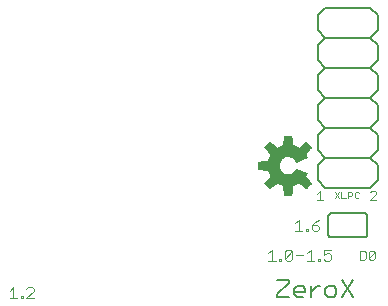
<source format=gto>
G75*
%MOIN*%
%OFA0B0*%
%FSLAX24Y24*%
%IPPOS*%
%LPD*%
%AMOC8*
5,1,8,0,0,1.08239X$1,22.5*
%
%ADD10C,0.0050*%
%ADD11C,0.0030*%
%ADD12C,0.0060*%
%ADD13C,0.0040*%
%ADD14C,0.0020*%
D10*
X012665Y003493D02*
X013039Y003493D01*
X013227Y003587D02*
X013227Y003773D01*
X013320Y003867D01*
X013507Y003867D01*
X013600Y003773D01*
X013600Y003680D01*
X013227Y003680D01*
X013227Y003587D02*
X013320Y003493D01*
X013507Y003493D01*
X013789Y003493D02*
X013789Y003867D01*
X013975Y003867D02*
X013789Y003680D01*
X013975Y003867D02*
X014069Y003867D01*
X014257Y003773D02*
X014257Y003587D01*
X014350Y003493D01*
X014537Y003493D01*
X014631Y003587D01*
X014631Y003773D01*
X014537Y003867D01*
X014350Y003867D01*
X014257Y003773D01*
X014819Y003493D02*
X015193Y004054D01*
X014819Y004054D02*
X015193Y003493D01*
X013039Y003960D02*
X012665Y003587D01*
X012665Y003493D01*
X012665Y004054D02*
X013039Y004054D01*
X013039Y003960D01*
D11*
X003988Y003458D02*
X003741Y003458D01*
X003865Y003458D02*
X003865Y003829D01*
X003741Y003705D01*
X004110Y003520D02*
X004110Y003458D01*
X004171Y003458D01*
X004171Y003520D01*
X004110Y003520D01*
X004294Y003458D02*
X004541Y003705D01*
X004541Y003767D01*
X004479Y003829D01*
X004355Y003829D01*
X004294Y003767D01*
X004294Y003458D02*
X004541Y003458D01*
X012033Y007773D02*
X012350Y007741D01*
X012384Y007634D01*
X012436Y007535D01*
X012234Y007287D01*
X012404Y007118D01*
X012651Y007319D01*
X012751Y007268D01*
X012857Y007234D01*
X012890Y006916D01*
X013129Y006916D01*
X013162Y007234D01*
X013268Y007268D01*
X013368Y007319D01*
X013615Y007118D01*
X013785Y007287D01*
X013583Y007535D01*
X013635Y007634D01*
X013294Y007776D01*
X013265Y007722D01*
X013227Y007676D01*
X013180Y007638D01*
X013127Y007609D01*
X013070Y007592D01*
X013010Y007586D01*
X012947Y007592D01*
X012887Y007611D01*
X012832Y007642D01*
X012784Y007684D01*
X012746Y007735D01*
X012719Y007792D01*
X012705Y007853D01*
X012703Y007916D01*
X012714Y007978D01*
X012738Y008037D01*
X012773Y008090D01*
X012818Y008134D01*
X012871Y008168D01*
X012930Y008190D01*
X012992Y008200D01*
X013055Y008197D01*
X013117Y008182D01*
X013173Y008154D01*
X013223Y008115D01*
X013264Y008067D01*
X013294Y008011D01*
X013635Y008152D01*
X013583Y008252D01*
X013785Y008499D01*
X013615Y008669D01*
X013368Y008467D01*
X013268Y008518D01*
X013162Y008553D01*
X013129Y008870D01*
X012890Y008870D01*
X012857Y008553D01*
X012751Y008518D01*
X012651Y008467D01*
X012404Y008669D01*
X012234Y008499D01*
X012436Y008252D01*
X012384Y008152D01*
X012350Y008046D01*
X012033Y008013D01*
X012033Y007773D01*
X012033Y007795D02*
X012718Y007795D01*
X012712Y007824D02*
X012033Y007824D01*
X012033Y007852D02*
X012705Y007852D01*
X012704Y007881D02*
X012033Y007881D01*
X012033Y007909D02*
X012703Y007909D01*
X012707Y007938D02*
X012033Y007938D01*
X012033Y007966D02*
X012712Y007966D01*
X012721Y007995D02*
X012033Y007995D01*
X012132Y008023D02*
X012732Y008023D01*
X012747Y008052D02*
X012352Y008052D01*
X012361Y008080D02*
X012767Y008080D01*
X012792Y008109D02*
X012370Y008109D01*
X012380Y008137D02*
X012823Y008137D01*
X012868Y008166D02*
X012391Y008166D01*
X012406Y008194D02*
X012954Y008194D01*
X013067Y008194D02*
X013613Y008194D01*
X013628Y008166D02*
X013149Y008166D01*
X013194Y008137D02*
X013599Y008137D01*
X013530Y008109D02*
X013228Y008109D01*
X013252Y008080D02*
X013461Y008080D01*
X013392Y008052D02*
X013272Y008052D01*
X013287Y008023D02*
X013323Y008023D01*
X013315Y007767D02*
X013289Y007767D01*
X013274Y007738D02*
X013384Y007738D01*
X013452Y007710D02*
X013255Y007710D01*
X013232Y007681D02*
X013521Y007681D01*
X013590Y007653D02*
X013199Y007653D01*
X013156Y007624D02*
X013630Y007624D01*
X013615Y007596D02*
X013083Y007596D01*
X012935Y007596D02*
X012404Y007596D01*
X012390Y007624D02*
X012864Y007624D01*
X012820Y007653D02*
X012378Y007653D01*
X012369Y007681D02*
X012787Y007681D01*
X012765Y007710D02*
X012360Y007710D01*
X012351Y007738D02*
X012744Y007738D01*
X012731Y007767D02*
X012097Y007767D01*
X012419Y007567D02*
X013600Y007567D01*
X013585Y007539D02*
X012434Y007539D01*
X012416Y007510D02*
X013603Y007510D01*
X013626Y007482D02*
X012393Y007482D01*
X012369Y007453D02*
X013650Y007453D01*
X013673Y007425D02*
X012346Y007425D01*
X012323Y007396D02*
X013696Y007396D01*
X013719Y007368D02*
X012300Y007368D01*
X012276Y007339D02*
X013743Y007339D01*
X013766Y007311D02*
X013379Y007311D01*
X013351Y007311D02*
X012668Y007311D01*
X012640Y007311D02*
X012253Y007311D01*
X012239Y007282D02*
X012605Y007282D01*
X012570Y007254D02*
X012267Y007254D01*
X012296Y007225D02*
X012536Y007225D01*
X012501Y007197D02*
X012324Y007197D01*
X012353Y007168D02*
X012466Y007168D01*
X012431Y007140D02*
X012381Y007140D01*
X012723Y007282D02*
X013296Y007282D01*
X013224Y007254D02*
X012795Y007254D01*
X012858Y007225D02*
X013161Y007225D01*
X013158Y007197D02*
X012861Y007197D01*
X012864Y007168D02*
X013155Y007168D01*
X013152Y007140D02*
X012867Y007140D01*
X012870Y007111D02*
X013149Y007111D01*
X013146Y007083D02*
X012873Y007083D01*
X012876Y007054D02*
X013143Y007054D01*
X013141Y007026D02*
X012878Y007026D01*
X012881Y006997D02*
X013138Y006997D01*
X013135Y006969D02*
X012884Y006969D01*
X012887Y006940D02*
X013132Y006940D01*
X013449Y007254D02*
X013752Y007254D01*
X013780Y007282D02*
X013414Y007282D01*
X013484Y007225D02*
X013723Y007225D01*
X013695Y007197D02*
X013518Y007197D01*
X013553Y007168D02*
X013666Y007168D01*
X013638Y007140D02*
X013588Y007140D01*
X013993Y006942D02*
X014090Y007039D01*
X014090Y006748D01*
X013993Y006748D02*
X014187Y006748D01*
X015765Y006748D02*
X015958Y006942D01*
X015958Y006990D01*
X015910Y007039D01*
X015813Y007039D01*
X015765Y006990D01*
X015765Y006748D02*
X015958Y006748D01*
X015861Y005039D02*
X015764Y005039D01*
X015715Y004990D01*
X015715Y004797D01*
X015909Y004990D01*
X015909Y004797D01*
X015861Y004748D01*
X015764Y004748D01*
X015715Y004797D01*
X015614Y004797D02*
X015566Y004748D01*
X015421Y004748D01*
X015421Y005039D01*
X015566Y005039D01*
X015614Y004990D01*
X015614Y004797D01*
X015861Y005039D02*
X015909Y004990D01*
X014452Y005079D02*
X014205Y005079D01*
X014205Y004893D01*
X014329Y004955D01*
X014391Y004955D01*
X014452Y004893D01*
X014452Y004770D01*
X014391Y004708D01*
X014267Y004708D01*
X014205Y004770D01*
X014083Y004770D02*
X014083Y004708D01*
X014021Y004708D01*
X014021Y004770D01*
X014083Y004770D01*
X013900Y004708D02*
X013653Y004708D01*
X013776Y004708D02*
X013776Y005079D01*
X013653Y004955D01*
X013532Y004893D02*
X013285Y004893D01*
X013163Y004770D02*
X013101Y004708D01*
X012978Y004708D01*
X012916Y004770D01*
X013163Y005017D01*
X013163Y004770D01*
X012916Y004770D02*
X012916Y005017D01*
X012978Y005079D01*
X013101Y005079D01*
X013163Y005017D01*
X012794Y004770D02*
X012794Y004708D01*
X012732Y004708D01*
X012732Y004770D01*
X012794Y004770D01*
X012611Y004708D02*
X012364Y004708D01*
X012487Y004708D02*
X012487Y005079D01*
X012364Y004955D01*
X012421Y008223D02*
X013598Y008223D01*
X013584Y008251D02*
X012435Y008251D01*
X012413Y008280D02*
X013606Y008280D01*
X013629Y008308D02*
X012390Y008308D01*
X012366Y008337D02*
X013653Y008337D01*
X013676Y008365D02*
X012343Y008365D01*
X012320Y008394D02*
X013699Y008394D01*
X013722Y008422D02*
X012297Y008422D01*
X012273Y008451D02*
X013746Y008451D01*
X013769Y008479D02*
X013383Y008479D01*
X013344Y008479D02*
X012675Y008479D01*
X012636Y008479D02*
X012250Y008479D01*
X012242Y008508D02*
X012601Y008508D01*
X012566Y008536D02*
X012271Y008536D01*
X012299Y008565D02*
X012531Y008565D01*
X012496Y008593D02*
X012328Y008593D01*
X012356Y008622D02*
X012461Y008622D01*
X012426Y008650D02*
X012385Y008650D01*
X012730Y008508D02*
X013289Y008508D01*
X013213Y008536D02*
X012806Y008536D01*
X012859Y008565D02*
X013160Y008565D01*
X013158Y008593D02*
X012861Y008593D01*
X012864Y008622D02*
X013155Y008622D01*
X013152Y008650D02*
X012867Y008650D01*
X012870Y008679D02*
X013149Y008679D01*
X013146Y008707D02*
X012873Y008707D01*
X012876Y008736D02*
X013143Y008736D01*
X013140Y008764D02*
X012879Y008764D01*
X012882Y008793D02*
X013137Y008793D01*
X013134Y008821D02*
X012885Y008821D01*
X012887Y008850D02*
X013132Y008850D01*
X013418Y008508D02*
X013777Y008508D01*
X013748Y008536D02*
X013453Y008536D01*
X013488Y008565D02*
X013720Y008565D01*
X013691Y008593D02*
X013523Y008593D01*
X013558Y008622D02*
X013663Y008622D01*
X013634Y008650D02*
X013593Y008650D01*
D12*
X014010Y008893D02*
X014010Y008393D01*
X014260Y008143D01*
X015760Y008143D01*
X016010Y008393D01*
X016010Y008893D01*
X015760Y009143D01*
X014260Y009143D01*
X014010Y009393D01*
X014010Y009893D01*
X014260Y010143D01*
X015760Y010143D01*
X016010Y010393D01*
X016010Y010893D01*
X015760Y011143D01*
X014260Y011143D01*
X014010Y011393D01*
X014010Y011893D01*
X014260Y012143D01*
X014010Y012393D01*
X014010Y012893D01*
X014260Y013143D01*
X015760Y013143D01*
X016010Y012893D01*
X016010Y012393D01*
X015760Y012143D01*
X014260Y012143D01*
X014260Y011143D02*
X014010Y010893D01*
X014010Y010393D01*
X014260Y010143D01*
X014260Y009143D02*
X014010Y008893D01*
X014260Y008143D02*
X014010Y007893D01*
X014010Y007393D01*
X014260Y007143D01*
X015760Y007143D01*
X016010Y007393D01*
X016010Y007893D01*
X015760Y008143D01*
X015760Y009143D02*
X016010Y009393D01*
X016010Y009893D01*
X015760Y010143D01*
X015760Y011143D02*
X016010Y011393D01*
X016010Y011893D01*
X015760Y012143D01*
X015560Y006293D02*
X014460Y006293D01*
X014443Y006291D01*
X014426Y006287D01*
X014410Y006280D01*
X014396Y006270D01*
X014383Y006257D01*
X014373Y006243D01*
X014366Y006227D01*
X014362Y006210D01*
X014360Y006193D01*
X014360Y005593D01*
X014362Y005576D01*
X014366Y005559D01*
X014373Y005543D01*
X014383Y005529D01*
X014396Y005516D01*
X014410Y005506D01*
X014426Y005499D01*
X014443Y005495D01*
X014460Y005493D01*
X015560Y005493D01*
X015577Y005495D01*
X015594Y005499D01*
X015610Y005506D01*
X015624Y005516D01*
X015637Y005529D01*
X015647Y005543D01*
X015654Y005559D01*
X015658Y005576D01*
X015660Y005593D01*
X015660Y006193D01*
X015658Y006210D01*
X015654Y006227D01*
X015647Y006243D01*
X015637Y006257D01*
X015624Y006270D01*
X015610Y006280D01*
X015594Y006287D01*
X015577Y006291D01*
X015560Y006293D01*
D13*
X014053Y006074D02*
X013933Y006014D01*
X013813Y005893D01*
X013993Y005893D01*
X014053Y005833D01*
X014053Y005773D01*
X013993Y005713D01*
X013873Y005713D01*
X013813Y005773D01*
X013813Y005893D01*
X013689Y005773D02*
X013689Y005713D01*
X013629Y005713D01*
X013629Y005773D01*
X013689Y005773D01*
X013501Y005713D02*
X013260Y005713D01*
X013380Y005713D02*
X013380Y006074D01*
X013260Y005954D01*
D14*
X014578Y006783D02*
X014724Y007003D01*
X014799Y007003D02*
X014799Y006783D01*
X014945Y006783D01*
X015020Y006783D02*
X015020Y007003D01*
X015130Y007003D01*
X015166Y006967D01*
X015166Y006893D01*
X015130Y006857D01*
X015020Y006857D01*
X015241Y006820D02*
X015277Y006783D01*
X015351Y006783D01*
X015387Y006820D01*
X015241Y006820D02*
X015241Y006967D01*
X015277Y007003D01*
X015351Y007003D01*
X015387Y006967D01*
X014724Y006783D02*
X014578Y007003D01*
M02*

</source>
